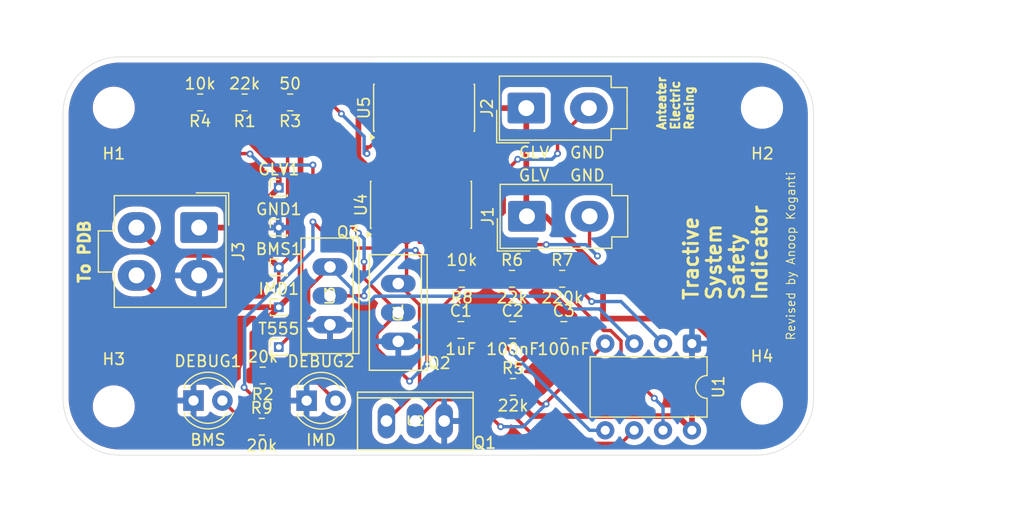
<source format=kicad_pcb>
(kicad_pcb (version 20241229) (generator "pcbnew") (generator_version "9.0")
  (layers (0 "F.Cu" signal) (2 "B.Cu" signal) (13 "F.Paste" user) (15 "B.Paste" user) (5 "F.SilkS" user "F.Silkscreen") (7 "B.SilkS" user "B.Silkscreen") (1 "F.Mask" user) (3 "B.Mask" user) (25 "Edge.Cuts" user))
  (net 0 "")
  (net 1 "BMS_FAULT")
  (net 2 "Net-(U1-THR)")
  (net 3 "Net-(U1-CV)")
  (net 4 "GLV")
  (net 5 "IMD_FAULT")
  (net 6 "Net-(J1-Pin_2)")
  (net 7 "Net-(J2-Pin_2)")
  (net 8 "Net-(DEBUG1-A)")
  (net 9 "Net-(U1-DIS)")
  (net 10 "Net-(DEBUG2-A)")
  (net 11 "GND")
  (net 12 "Net-(R3-Pad2)")
  (net 13 "Net-(U1-R)")
  (net 14 "Net-(T555-Pin_1)")
  (net 15 "Net-(Q1-PadIN)")
  (net 16 "Net-(U4-Pad1)")
  (footprint "Package_DIP:DIP-8_W7.62mm" (layer "F.Cu") (at 95.81 45.195 -90)
    (property "Reference" "U1" (at 3.81 -2.33 90) (layer "F.SilkS"))
    (property "Value" "LM555xN")
    (fp_line (start 1.16 8.95) (end 6.46 8.95) (stroke (width 0.12)) (layer "F.SilkS"))
    (fp_line (start 6.46 8.95) (end 6.46 -1.33) (stroke (width 0.12)) (layer "F.SilkS"))
    (fp_line (start 1.16 -1.33) (end 1.16 8.95) (stroke (width 0.12)) (layer "F.SilkS"))
    (fp_line (start 2.81 -1.33) (end 1.16 -1.33) (stroke (width 0.12)) (layer "F.SilkS"))
    (fp_line (start 6.46 -1.33) (end 4.81 -1.33) (stroke (width 0.12)) (layer "F.SilkS"))
    (fp_arc (start 4.81 -1.33) (mid 3.81 -0.33) (end 2.81 -1.33) (stroke (width 0.12)) (layer "F.SilkS"))
    (pad "1" thru_hole roundrect (at 0 0 270) (size 1.6 1.6) (drill 0.8) (layers "*.Cu" "*.Mask") (roundrect_rratio 0.15625) (net 11 "GND"))
    (pad "2" thru_hole circle (at 0 2.54 270) (size 1.6 1.6) (drill 0.8) (layers "*.Cu" "*.Mask") (net 2 "Net-(U1-THR)"))
    (pad "3" thru_hole circle (at 0 5.08 270) (size 1.6 1.6) (drill 0.8) (layers "*.Cu" "*.Mask") (net 14 "Net-(T555-Pin_1)"))
    (pad "4" thru_hole circle (at 0 7.62 270) (size 1.6 1.6) (drill 0.8) (layers "*.Cu" "*.Mask") (net 13 "Net-(U1-R)"))
    (pad "5" thru_hole circle (at 7.62 7.62 270) (size 1.6 1.6) (drill 0.8) (layers "*.Cu" "*.Mask") (net 3 "Net-(U1-CV)"))
    (pad "6" thru_hole circle (at 7.62 5.08 270) (size 1.6 1.6) (drill 0.8) (layers "*.Cu" "*.Mask") (net 2 "Net-(U1-THR)"))
    (pad "7" thru_hole circle (at 7.62 2.54 270) (size 1.6 1.6) (drill 0.8) (layers "*.Cu" "*.Mask") (net 9 "Net-(U1-DIS)"))
    (pad "8" thru_hole circle (at 7.62 0 270) (size 1.6 1.6) (drill 0.8) (layers "*.Cu" "*.Mask") (net 4 "GLV"))
  )
  (footprint "Capacitor_SMD:C_0805_2012Metric" (layer "F.Cu") (at 80.05 44)
    (property "Reference" "C2" (at 0 -1.68 0) (layer "F.SilkS"))
    (property "Value" "100nF" (at 0 1.68 0) (layer "F.SilkS"))
    (fp_line (start -0.261252 -0.735) (end 0.261252 -0.735) (stroke (width 0.12)) (layer "F.SilkS"))
    (fp_line (start -0.261252 0.735) (end 0.261252 0.735) (stroke (width 0.12)) (layer "F.SilkS"))
    (pad "1" smd roundrect (at -0.95 0) (size 1 1.45) (layers "F.Cu" "F.Mask" "F.Paste") (net 3 "Net-(U1-CV)"))
    (pad "2" smd roundrect (at 0.95 0) (size 1 1.45) (layers "F.Cu" "F.Mask" "F.Paste") (net 11 "GND"))
  )
  (footprint "IRLZ34N:TO-220_2_" (layer "F.Cu") (at 70 42.46 -90)
    (property "Reference" "Q1" (at 0 0 90) (layer "F.SilkS") (effects (font (size 0.787402 0.787402))))
    (property "Value" "IRLZ34N")
    (fp_line (start -5.08 2.54) (end -5.08 -2.032) (stroke (width 0.127)) (layer "F.SilkS"))
    (fp_line (start 5.08 2.54) (end -5.08 2.54) (stroke (width 0.127)) (layer "F.SilkS"))
    (fp_line (start -5.08 -2.032) (end 5.08 -2.032) (stroke (width 0.127)) (layer "F.SilkS"))
    (fp_line (start -5.08 -2.032) (end -5.08 -2.54) (stroke (width 0.127)) (layer "F.SilkS"))
    (fp_line (start 5.08 -2.032) (end 5.08 2.54) (stroke (width 0.127)) (layer "F.SilkS"))
    (fp_line (start -5.08 -2.54) (end 5.08 -2.54) (stroke (width 0.127)) (layer "F.SilkS"))
    (fp_line (start 5.08 -2.54) (end 5.08 -2.032) (stroke (width 0.127)) (layer "F.SilkS"))
    (pad "GND" thru_hole oval (at 0 0 270) (size 1.524 3.048) (drill 1.016) (layers "*.Cu" "*.Mask") (net 6 "Net-(J1-Pin_2)"))
    (pad "IN" thru_hole oval (at -2.54 0 270) (size 1.524 3.048) (drill 1.016) (layers "*.Cu" "*.Mask") (net 15 "Net-(Q1-PadIN)"))
    (pad "OUT" thru_hole oval (at 2.54 0 270) (size 1.524 3.048) (drill 1.016) (layers "*.Cu" "*.Mask") (net 11 "GND"))
  )
  (footprint "MountingHole:MountingHole_3.2mm_M3" (layer "F.Cu") (at 45 24.464466)
    (property "Reference" "H1" (at 0 4.035534 0) (layer "F.SilkS"))
    (property "Value" "MountingHole")
    (pad "" np_thru_hole circle (at 0 0) (size 3.2 3.2) (drill 3.2) (layers "*.Cu" "*.Mask"))
  )
  (footprint "MountingHole:MountingHole_3.2mm_M3" (layer "F.Cu") (at 45 50.714466)
    (property "Reference" "H3" (at 0 -4.15 0) (layer "F.SilkS"))
    (property "Value" "MountingHole")
    (pad "" np_thru_hole circle (at 0 0) (size 3.2 3.2) (drill 3.2) (layers "*.Cu" "*.Mask"))
  )
  (footprint "Resistor_SMD:R_0805_2012Metric" (layer "F.Cu") (at 84.4125 39.5)
    (property "Reference" "R7" (at 0 -1.65 0) (layer "F.SilkS"))
    (property "Value" "220k" (at 0 1.65 0) (layer "F.SilkS"))
    (fp_line (start -0.227064 -0.735) (end 0.227064 -0.735) (stroke (width 0.12)) (layer "F.SilkS"))
    (fp_line (start -0.227064 0.735) (end 0.227064 0.735) (stroke (width 0.12)) (layer "F.SilkS"))
    (pad "1" smd roundrect (at -0.9125 0) (size 1.025 1.4) (layers "F.Cu" "F.Mask" "F.Paste") (roundrect_rratio 0.243902) (net 9 "Net-(U1-DIS)"))
    (pad "2" smd roundrect (at 0.9125 0) (size 1.025 1.4) (layers "F.Cu" "F.Mask" "F.Paste") (roundrect_rratio 0.243902) (net 2 "Net-(U1-THR)"))
  )
  (footprint "Capacitor_SMD:C_0805_2012Metric" (layer "F.Cu") (at 75.5 44)
    (property "Reference" "C1" (at 0 -1.68 0) (layer "F.SilkS"))
    (property "Value" "1uF" (at 0 1.68 0) (layer "F.SilkS"))
    (fp_line (start -0.261252 -0.735) (end 0.261252 -0.735) (stroke (width 0.12)) (layer "F.SilkS"))
    (fp_line (start -0.261252 0.735) (end 0.261252 0.735) (stroke (width 0.12)) (layer "F.SilkS"))
    (pad "1" smd roundrect (at -0.95 0) (size 1 1.45) (layers "F.Cu" "F.Mask" "F.Paste") (net 2 "Net-(U1-THR)"))
    (pad "2" smd roundrect (at 0.95 0) (size 1 1.45) (layers "F.Cu" "F.Mask" "F.Paste") (net 11 "GND"))
  )
  (footprint "Resistor_SMD:R_0805_2012Metric" (layer "F.Cu") (at 58 52.5)
    (property "Reference" "R9" (at 0 -1.65 0) (layer "F.SilkS"))
    (property "Value" "20k" (at 0 1.65 0) (layer "F.SilkS"))
    (fp_line (start -0.227064 -0.735) (end 0.227064 -0.735) (stroke (width 0.12)) (layer "F.SilkS"))
    (fp_line (start -0.227064 0.735) (end 0.227064 0.735) (stroke (width 0.12)) (layer "F.SilkS"))
    (pad "1" smd roundrect (at -0.9125 0) (size 1.025 1.4) (layers "F.Cu" "F.Mask" "F.Paste") (roundrect_rratio 0.243902) (net 8 "Net-(DEBUG1-A)"))
    (pad "2" smd roundrect (at 0.9125 0) (size 1.025 1.4) (layers "F.Cu" "F.Mask" "F.Paste") (roundrect_rratio 0.243902) (net 1 "BMS_FAULT"))
  )
  (footprint "Connector_Molex:Molex_Mini-Fit_Jr_5566-02A_2x01_P4.20mm_Vertical" (layer "F.Cu") (at 81.25 24.5 90)
    (property "Reference" "J2" (at 0 -3.45 90) (layer "F.SilkS"))
    (property "Value" "Conn_01x02")
    (fp_line (start -0.2 -2.6) (end -3.05 -2.6) (stroke (width 0.12)) (layer "F.SilkS"))
    (fp_line (start -3.05 -2.6) (end -3.05 0.25) (stroke (width 0.12)) (layer "F.SilkS"))
    (fp_line (start 2.81 -2.36) (end 2.81 7.46) (stroke (width 0.12)) (layer "F.SilkS"))
    (fp_line (start 0 -2.36) (end 2.81 -2.36) (stroke (width 0.12)) (layer "F.SilkS"))
    (fp_line (start 0 -2.36) (end -2.81 -2.36) (stroke (width 0.12)) (layer "F.SilkS"))
    (fp_line (start -2.81 -2.36) (end -2.81 7.46) (stroke (width 0.12)) (layer "F.SilkS"))
    (fp_line (start 2.81 7.46) (end 1.81 7.46) (stroke (width 0.12)) (layer "F.SilkS"))
    (fp_line (start 1.81 7.46) (end 1.81 8.86) (stroke (width 0.12)) (layer "F.SilkS"))
    (fp_line (start -1.81 7.46) (end -1.81 8.86) (stroke (width 0.12)) (layer "F.SilkS"))
    (fp_line (start -2.81 7.46) (end -1.81 7.46) (stroke (width 0.12)) (layer "F.SilkS"))
    (fp_line (start 1.81 8.86) (end 0 8.86) (stroke (width 0.12)) (layer "F.SilkS"))
    (fp_line (start -1.81 8.86) (end 0 8.86) (stroke (width 0.12)) (layer "F.SilkS"))
    (pad "1" thru_hole roundrect (at 0 0 90) (size 2.7 3.3) (drill 1.4) (layers "*.Cu" "*.Mask") (roundrect_rratio 0.092593) (net 4 "GLV"))
    (pad "2" thru_hole oval (at 0 5.5 90) (size 2.7 3.3) (drill 1.4) (layers "*.Cu" "*.Mask") (net 7 "Net-(J2-Pin_2)"))
  )
  (footprint "Connector_PinHeader_1.00mm:PinHeader_1x01_P1.00mm_Vertical" (layer "F.Cu") (at 59.5 42)
    (property "Reference" "IMD1" (at 0 -1.61 0) (layer "F.SilkS"))
    (property "Value" "TestIMD")
    (fp_line (start -0.745 -0.735) (end 0 -0.735) (stroke (width 0.12)) (layer "F.SilkS"))
    (fp_line (start -0.745 0) (end -0.745 -0.735) (stroke (width 0.12)) (layer "F.SilkS"))
    (fp_line (start -0.745 0.735) (end -0.745 0.61) (stroke (width 0.12)) (layer "F.SilkS"))
    (fp_line (start -0.745 0.735) (end -0.685565 0.735) (stroke (width 0.12)) (layer "F.SilkS"))
    (fp_line (start -0.745 0.735) (end 0.745 0.735) (stroke (width 0.12)) (layer "F.SilkS"))
    (fp_line (start 0.685565 0.735) (end 0.745 0.735) (stroke (width 0.12)) (layer "F.SilkS"))
    (fp_line (start 0.745 0.735) (end 0.745 0.61) (stroke (width 0.12)) (layer "F.SilkS"))
    (pad "1" thru_hole rect (at 0 0) (size 0.85 0.85) (drill 0.5) (layers "*.Cu" "*.Mask") (net 5 "IMD_FAULT"))
  )
  (footprint "LED_THT:LED_D4.0mm" (layer "F.Cu") (at 52.005403 50.201797)
    (property "Reference" "DEBUG1" (at 1.27 -3.46 0) (layer "F.SilkS"))
    (property "Value" "BMS" (at 1.27 3.46 0) (layer "F.SilkS"))
    (fp_line (start -0.79 -1.399) (end -0.79 -1.08) (stroke (width 0.12)) (layer "F.SilkS"))
    (fp_line (start -0.79 1.08) (end -0.79 1.399) (stroke (width 0.12)) (layer "F.SilkS"))
    (fp_arc (start -0.79 -1.398749) (mid 1.45392 -2.483198) (end 3.513591 -1.08) (stroke (width 0.12)) (layer "F.SilkS"))
    (fp_arc (start -0.41333 -1.08) (mid 1.27 -2) (end 2.95333 -1.08) (stroke (width 0.12)) (layer "F.SilkS"))
    (fp_arc (start 2.95333 1.08) (mid 1.27 2) (end -0.41333 1.08) (stroke (width 0.12)) (layer "F.SilkS"))
    (fp_arc (start 3.513591 1.08) (mid 1.45392 2.483198) (end -0.79 1.398749) (stroke (width 0.12)) (layer "F.SilkS"))
    (pad "1" thru_hole rect (at 0 0) (size 1.8 1.8) (drill 0.9) (layers "*.Cu" "*.Mask") (net 11 "GND"))
    (pad "2" thru_hole circle (at 2.54 0) (size 1.8 1.8) (drill 0.9) (layers "*.Cu" "*.Mask") (net 8 "Net-(DEBUG1-A)"))
  )
  (footprint "Connector_Molex:Molex_Mini-Fit_Jr_5566-04A_2x02_P4.20mm_Vertical" (layer "F.Cu") (at 52.5 35 -90)
    (property "Reference" "J3" (at 2.1 -3.45 90) (layer "F.SilkS"))
    (property "Value" "Conn_02x02" (hide yes))
    (fp_line (start 0.29 8.86) (end 2.1 8.86) (stroke (width 0.12)) (layer "F.SilkS"))
    (fp_line (start 3.91 8.86) (end 2.1 8.86) (stroke (width 0.12)) (layer "F.SilkS"))
    (fp_line (start -2.81 7.46) (end 0.29 7.46) (stroke (width 0.12)) (layer "F.SilkS"))
    (fp_line (start 0.29 7.46) (end 0.29 8.86) (stroke (width 0.12)) (layer "F.SilkS"))
    (fp_line (start 3.91 7.46) (end 3.91 8.86) (stroke (width 0.12)) (layer "F.SilkS"))
    (fp_line (start 7.01 7.46) (end 3.91 7.46) (stroke (width 0.12)) (layer "F.SilkS"))
    (fp_line (start -2.81 -2.36) (end -2.81 7.46) (stroke (width 0.12)) (layer "F.SilkS"))
    (fp_line (start 2.1 -2.36) (end -2.81 -2.36) (stroke (width 0.12)) (layer "F.SilkS"))
    (fp_line (start 2.1 -2.36) (end 7.01 -2.36) (stroke (width 0.12)) (layer "F.SilkS"))
    (fp_line (start 7.01 -2.36) (end 7.01 7.46) (stroke (width 0.12)) (layer "F.SilkS"))
    (fp_line (start -3.05 -2.6) (end -3.05 0.25) (stroke (width 0.12)) (layer "F.SilkS"))
    (fp_line (start -0.2 -2.6) (end -3.05 -2.6) (stroke (width 0.12)) (layer "F.SilkS"))
    (pad "1" thru_hole roundrect (at 0 0 270) (size 2.7 3.3) (drill 1.4) (layers "*.Cu" "*.Mask") (roundrect_rratio 0.092593) (net 4 "GLV"))
    (pad "2" thru_hole oval (at 4.2 0 270) (size 2.7 3.3) (drill 1.4) (layers "*.Cu" "*.Mask") (net 11 "GND"))
    (pad "3" thru_hole oval (at 0 5.5 270) (size 2.7 3.3) (drill 1.4) (layers "*.Cu" "*.Mask") (net 1 "BMS_FAULT"))
    (pad "4" thru_hole oval (at 4.2 5.5 270) (size 2.7 3.3) (drill 1.4) (layers "*.Cu" "*.Mask") (net 5 "IMD_FAULT"))
  )
  (footprint "Capacitor_SMD:C_0805_2012Metric" (layer "F.Cu") (at 84.55 44)
    (property "Reference" "C3" (at 0 -1.68 0) (layer "F.SilkS"))
    (property "Value" "100nF" (at 0 1.68 0) (layer "F.SilkS"))
    (fp_line (start -0.261252 -0.735) (end 0.261252 -0.735) (stroke (width 0.12)) (layer "F.SilkS"))
    (fp_line (start -0.261252 0.735) (end 0.261252 0.735) (stroke (width 0.12)) (layer "F.SilkS"))
    (pad "1" smd roundrect (at -0.95 0) (size 1 1.45) (layers "F.Cu" "F.Mask" "F.Paste") (net 4 "GLV"))
    (pad "2" smd roundrect (at 0.95 0) (size 1 1.45) (layers "F.Cu" "F.Mask" "F.Paste") (net 11 "GND"))
  )
  (footprint "LED_THT:LED_D4.0mm" (layer "F.Cu") (at 61.945909 50.213725)
    (property "Reference" "DEBUG2" (at 1.27 -3.46 0) (layer "F.SilkS"))
    (property "Value" "IMD" (at 1.27 3.46 0) (layer "F.SilkS"))
    (fp_line (start -0.79 -1.399) (end -0.79 -1.08) (stroke (width 0.12)) (layer "F.SilkS"))
    (fp_line (start -0.79 1.08) (end -0.79 1.399) (stroke (width 0.12)) (layer "F.SilkS"))
    (fp_arc (start -0.79 -1.398749) (mid 1.45392 -2.483198) (end 3.513591 -1.08) (stroke (width 0.12)) (layer "F.SilkS"))
    (fp_arc (start -0.41333 -1.08) (mid 1.27 -2) (end 2.95333 -1.08) (stroke (width 0.12)) (layer "F.SilkS"))
    (fp_arc (start 2.95333 1.08) (mid 1.27 2) (end -0.41333 1.08) (stroke (width 0.12)) (layer "F.SilkS"))
    (fp_arc (start 3.513591 1.08) (mid 1.45392 2.483198) (end -0.79 1.398749) (stroke (width 0.12)) (layer "F.SilkS"))
    (pad "1" thru_hole rect (at 0 0) (size 1.8 1.8) (drill 0.9) (layers "*.Cu" "*.Mask") (net 11 "GND"))
    (pad "2" thru_hole circle (at 2.54 0) (size 1.8 1.8) (drill 0.9) (layers "*.Cu" "*.Mask") (net 10 "Net-(DEBUG2-A)"))
  )
  (footprint "Package_SO:SOIC-14_3.9x8.7mm_P1.27mm" (layer "F.Cu") (at 72.27 24.475 90)
    (property "Reference" "U5" (at 0 -5.28 90) (layer "F.SilkS"))
    (property "Value" "4069")
    (fp_line (start 2.06 -4.435) (end 2.06 -4.37) (stroke (width 0.12)) (layer "F.SilkS"))
    (fp_line (start -2.06 -4.435) (end 2.06 -4.435) (stroke (width 0.12)) (layer "F.SilkS"))
    (fp_line (start -2.06 -4.37) (end -2.06 -4.435) (stroke (width 0.12)) (layer "F.SilkS"))
    (fp_line (start 2.06 4.37) (end 2.06 4.435) (stroke (width 0.12)) (layer "F.SilkS"))
    (fp_line (start 2.06 4.435) (end -2.06 4.435) (stroke (width 0.12)) (layer "F.SilkS"))
    (fp_line (start -2.06 4.435) (end -2.06 4.37) (stroke (width 0.12)) (layer "F.SilkS"))
    (fp_poly (pts (xy -2.6 -4.37) (xy -2.84 -4.7) (xy -2.36 -4.7)) (stroke (width 0.12)) (fill yes) (layer "F.SilkS"))
    (pad "1" smd roundrect (at -2.475 -3.81 90) (size 1.95 0.6) (layers "F.Cu" "F.Mask" "F.Paste") (net 12 "Net-(R3-Pad2)"))
    (pad "2" smd roundrect (at -2.475 -2.54 90) (size 1.95 0.6) (layers "F.Cu" "F.Mask" "F.Paste") (net 16 "Net-(U4-Pad1)"))
    (pad "3" smd roundrect (at -2.475 -1.27 90) (size 1.95 0.6) (layers "F.Cu" "F.Mask" "F.Paste"))
    (pad "4" smd roundrect (at -2.475 0 90) (size 1.95 0.6) (layers "F.Cu" "F.Mask" "F.Paste"))
    (pad "5" smd roundrect (at -2.475 1.27 90) (size 1.95 0.6) (layers "F.Cu" "F.Mask" "F.Paste"))
    (pad "6" smd roundrect (at -2.475 2.54 90) (size 1.95 0.6) (layers "F.Cu" "F.Mask" "F.Paste"))
    (pad "7" smd roundrect (at -2.475 3.81 90) (size 1.95 0.6) (layers "F.Cu" "F.Mask" "F.Paste") (net 11 "GND"))
    (pad "8" smd roundrect (at 2.475 3.81 90) (size 1.95 0.6) (layers "F.Cu" "F.Mask" "F.Paste"))
    (pad "9" smd roundrect (at 2.475 2.54 90) (size 1.95 0.6) (layers "F.Cu" "F.Mask" "F.Paste"))
    (pad "10" smd roundrect (at 2.475 1.27 90) (size 1.95 0.6) (layers "F.Cu" "F.Mask" "F.Paste"))
    (pad "11" smd roundrect (at 2.475 0 90) (size 1.95 0.6) (layers "F.Cu" "F.Mask" "F.Paste"))
    (pad "12" smd roundrect (at 2.475 -1.27 90) (size 1.95 0.6) (layers "F.Cu" "F.Mask" "F.Paste"))
    (pad "13" smd roundrect (at 2.475 -2.54 90) (size 1.95 0.6) (layers "F.Cu" "F.Mask" "F.Paste"))
    (pad "14" smd roundrect (at 2.475 -3.81 90) (size 1.95 0.6) (layers "F.Cu" "F.Mask" "F.Paste") (net 4 "GLV"))
  )
  (footprint "Resistor_SMD:R_0805_2012Metric" (layer "F.Cu") (at 56.5 24 180)
    (property "Reference" "R1" (at 0 -1.65 0) (layer "F.SilkS"))
    (property "Value" "22k" (at 0 1.65 0) (layer "F.SilkS"))
    (fp_line (start -0.227064 0.735) (end 0.227064 0.735) (stroke (width 0.12)) (layer "F.SilkS"))
    (fp_line (start -0.227064 -0.735) (end 0.227064 -0.735) (stroke (width 0.12)) (layer "F.SilkS"))
    (pad "1" smd roundrect (at -0.9125 0 180) (size 1.025 1.4) (layers "F.Cu" "F.Mask" "F.Paste") (roundrect_rratio 0.243902) (net 1 "BMS_FAULT"))
    (pad "2" smd roundrect (at 0.9125 0 180) (size 1.025 1.4) (layers "F.Cu" "F.Mask" "F.Paste") (roundrect_rratio 0.243902) (net 4 "GLV"))
  )
  (footprint "Connector_PinHeader_1.00mm:PinHeader_1x01_P1.00mm_Vertical" (layer "F.Cu") (at 59.5 35)
    (property "Reference" "GND1" (at 0 -1.61 0) (layer "F.SilkS"))
    (property "Value" "TestGND")
    (fp_line (start -0.745 -0.735) (end 0 -0.735) (stroke (width 0.12)) (layer "F.SilkS"))
    (fp_line (start -0.745 0) (end -0.745 -0.735) (stroke (width 0.12)) (layer "F.SilkS"))
    (fp_line (start -0.745 0.735) (end -0.745 0.61) (stroke (width 0.12)) (layer "F.SilkS"))
    (fp_line (start -0.745 0.735) (end -0.685565 0.735) (stroke (width 0.12)) (layer "F.SilkS"))
    (fp_line (start -0.745 0.735) (end 0.745 0.735) (stroke (width 0.12)) (layer "F.SilkS"))
    (fp_line (start 0.685565 0.735) (end 0.745 0.735) (stroke (width 0.12)) (layer "F.SilkS"))
    (fp_line (start 0.745 0.735) (end 0.745 0.61) (stroke (width 0.12)) (layer "F.SilkS"))
    (pad "1" thru_hole rect (at 0 0) (size 0.85 0.85) (drill 0.5) (layers "*.Cu" "*.Mask") (net 11 "GND"))
  )
  (footprint "IRLZ34N:TO-220_2_" (layer "F.Cu") (at 64 41 -90)
    (property "Reference" "U3" (at 0 0 90) (layer "F.SilkS") (effects (font (size 0.787402 0.787402))))
    (property "Value" "IRLZ34N")
    (fp_line (start -5.08 2.54) (end -5.08 -2.032) (stroke (width 0.127)) (layer "F.SilkS"))
    (fp_line (start 5.08 2.54) (end -5.08 2.54) (stroke (width 0.127)) (layer "F.SilkS"))
    (fp_line (start -5.08 -2.032) (end 5.08 -2.032) (stroke (width 0.127)) (layer "F.SilkS"))
    (fp_line (start -5.08 -2.032) (end -5.08 -2.54) (stroke (width 0.127)) (layer "F.SilkS"))
    (fp_line (start 5.08 -2.032) (end 5.08 2.54) (stroke (width 0.127)) (layer "F.SilkS"))
    (fp_line (start -5.08 -2.54) (end 5.08 -2.54) (stroke (width 0.127)) (layer "F.SilkS"))
    (fp_line (start 5.08 -2.54) (end 5.08 -2.032) (stroke (width 0.127)) (layer "F.SilkS"))
    (pad "GND" thru_hole oval (at 0 0 270) (size 1.524 3.048) (drill 1.016) (layers "*.Cu" "*.Mask") (net 7 "Net-(J2-Pin_2)"))
    (pad "IN" thru_hole oval (at -2.54 0 270) (size 1.524 3.048) (drill 1.016) (layers "*.Cu" "*.Mask") (net 14 "Net-(T555-Pin_1)"))
    (pad "OUT" thru_hole oval (at 2.54 0 270) (size 1.524 3.048) (drill 1.016) (layers "*.Cu" "*.Mask") (net 11 "GND"))
  )
  (footprint "Connector_PinHeader_1.00mm:PinHeader_1x01_P1.00mm_Vertical" (layer "F.Cu") (at 59.5 38.5)
    (property "Reference" "BMS1" (at 0 -1.61 0) (layer "F.SilkS"))
    (property "Value" "TestBMS")
    (fp_line (start -0.745 -0.735) (end 0 -0.735) (stroke (width 0.12)) (layer "F.SilkS"))
    (fp_line (start -0.745 0) (end -0.745 -0.735) (stroke (width 0.12)) (layer "F.SilkS"))
    (fp_line (start -0.745 0.735) (end -0.745 0.61) (stroke (width 0.12)) (layer "F.SilkS"))
    (fp_line (start -0.745 0.735) (end -0.685565 0.735) (stroke (width 0.12)) (layer "F.SilkS"))
    (fp_line (start -0.745 0.735) (end 0.745 0.735) (stroke (width 0.12)) (layer "F.SilkS"))
    (fp_line (start 0.685565 0.735) (end 0.745 0.735) (stroke (width 0.12)) (layer "F.SilkS"))
    (fp_line (start 0.745 0.735) (end 0.745 0.61) (stroke (width 0.12)) (layer "F.SilkS"))
    (pad "1" thru_hole rect (at 0 0) (size 0.85 0.85) (drill 0.5) (layers "*.Cu" "*.Mask") (net 1 "BMS_FAULT"))
  )
  (footprint "Resistor_SMD:R_0805_2012Metric" (layer "F.Cu") (at 52.5875 24 180)
    (property "Reference" "R4" (at 0 -1.65 0) (layer "F.SilkS"))
    (property "Value" "10k" (at 0 1.65 0) (layer "F.SilkS"))
    (fp_line (start -0.227064 0.735) (end 0.227064 0.735) (stroke (width 0.12)) (layer "F.SilkS"))
    (fp_line (start -0.227064 -0.735) (end 0.227064 -0.735) (stroke (width 0.12)) (layer "F.SilkS"))
    (pad "1" smd roundrect (at -0.9125 0 180) (size 1.025 1.4) (layers "F.Cu" "F.Mask" "F.Paste") (roundrect_rratio 0.243902) (net 4 "GLV"))
    (pad "2" smd roundrect (at 0.9125 0 180) (size 1.025 1.4) (layers "F.Cu" "F.Mask" "F.Paste") (roundrect_rratio 0.243902) (net 6 "Net-(J1-Pin_2)"))
  )
  (footprint "Resistor_SMD:R_0805_2012Metric" (layer "F.Cu") (at 58.0875 48 180)
    (property "Reference" "R2" (at 0 -1.65 0) (layer "F.SilkS"))
    (property "Value" "20k" (at 0 1.65 0) (layer "F.SilkS"))
    (fp_line (start -0.227064 0.735) (end 0.227064 0.735) (stroke (width 0.12)) (layer "F.SilkS"))
    (fp_line (start -0.227064 -0.735) (end 0.227064 -0.735) (stroke (width 0.12)) (layer "F.SilkS"))
    (pad "1" smd roundrect (at -0.9125 0 180) (size 1.025 1.4) (layers "F.Cu" "F.Mask" "F.Paste") (roundrect_rratio 0.243902) (net 10 "Net-(DEBUG2-A)"))
    (pad "2" smd roundrect (at 0.9125 0 180) (size 1.025 1.4) (layers "F.Cu" "F.Mask" "F.Paste") (roundrect_rratio 0.243902) (net 5 "IMD_FAULT"))
  )
  (footprint "Resistor_SMD:R_0805_2012Metric" (layer "F.Cu") (at 80 39.5)
    (property "Reference" "R6" (at 0 -1.65 0) (layer "F.SilkS"))
    (property "Value" "22k" (at 0 1.65 0) (layer "F.SilkS"))
    (fp_line (start -0.227064 -0.735) (end 0.227064 -0.735) (stroke (width 0.12)) (layer "F.SilkS"))
    (fp_line (start -0.227064 0.735) (end 0.227064 0.735) (stroke (width 0.12)) (layer "F.SilkS"))
    (pad "1" smd roundrect (at -0.9125 0) (size 1.025 1.4) (layers "F.Cu" "F.Mask" "F.Paste") (roundrect_rratio 0.243902) (net 4 "GLV"))
    (pad "2" smd roundrect (at 0.9125 0) (size 1.025 1.4) (layers "F.Cu" "F.Mask" "F.Paste") (roundrect_rratio 0.243902) (net 9 "Net-(U1-DIS)"))
  )
  (footprint "Resistor_SMD:R_0805_2012Metric" (layer "F.Cu") (at 60.5 24 180)
    (property "Reference" "R3" (at 0 -1.65 0) (layer "F.SilkS"))
    (property "Value" "50" (at 0 1.65 0) (layer "F.SilkS"))
    (fp_line (start -0.227064 0.735) (end 0.227064 0.735) (stroke (width 0.12)) (layer "F.SilkS"))
    (fp_line (start -0.227064 -0.735) (end 0.227064 -0.735) (stroke (width 0.12)) (layer "F.SilkS"))
    (pad "1" smd roundrect (at -0.9125 0 180) (size 1.025 1.4) (layers "F.Cu" "F.Mask" "F.Paste") (roundrect_rratio 0.243902) (net 5 "IMD_FAULT"))
    (pad "2" smd roundrect (at 0.9125 0 180) (size 1.025 1.4) (layers "F.Cu" "F.Mask" "F.Paste") (roundrect_rratio 0.243902) (net 12 "Net-(R3-Pad2)"))
  )
  (footprint "Connector_PinHeader_1.00mm:PinHeader_1x01_P1.00mm_Vertical" (layer "F.Cu") (at 59.5 31.5)
    (property "Reference" "GLV1" (at 0 -1.61 0) (layer "F.SilkS"))
    (property "Value" "TestGLV")
    (fp_line (start -0.745 -0.735) (end 0 -0.735) (stroke (width 0.12)) (layer "F.SilkS"))
    (fp_line (start -0.745 0) (end -0.745 -0.735) (stroke (width 0.12)) (layer "F.SilkS"))
    (fp_line (start -0.745 0.735) (end -0.745 0.61) (stroke (width 0.12)) (layer "F.SilkS"))
    (fp_line (start -0.745 0.735) (end -0.685565 0.735) (stroke (width 0.12)) (layer "F.SilkS"))
    (fp_line (start -0.745 0.735) (end 0.745 0.735) (stroke (width 0.12)) (layer "F.SilkS"))
    (fp_line (start 0.685565 0.735) (end 0.745 0.735) (stroke (width 0.12)) (layer "F.SilkS"))
    (fp_line (start 0.745 0.735) (end 0.745 0.61) (stroke (width 0.12)) (layer "F.SilkS"))
    (pad "1" thru_hole rect (at 0 0) (size 0.85 0.85) (drill 0.5) (layers "*.Cu" "*.Mask") (net 4 "GLV"))
  )
  (footprint "Resistor_SMD:R_0805_2012Metric" (layer "F.Cu") (at 75.5875 39.5 180)
    (property "Reference" "R8" (at 0 -1.65 0) (layer "F.SilkS"))
    (property "Value" "10k" (at 0 1.65 0) (layer "F.SilkS"))
    (fp_line (start -0.227064 0.735) (end 0.227064 0.735) (stroke (width 0.12)) (layer "F.SilkS"))
    (fp_line (start -0.227064 -0.735) (end 0.227064 -0.735) (stroke (width 0.12)) (layer "F.SilkS"))
    (pad "1" smd roundrect (at -0.9125 0 180) (size 1.025 1.4) (layers "F.Cu" "F.Mask" "F.Paste") (roundrect_rratio 0.243902) (net 4 "GLV"))
    (pad "2" smd roundrect (at 0.9125 0 180) (size 1.025 1.4) (layers "F.Cu" "F.Mask" "F.Paste") (roundrect_rratio 0.243902) (net 7 "Net-(J2-Pin_2)"))
  )
  (footprint "Connector_PinHeader_1.00mm:PinHeader_1x01_P1.00mm_Vertical" (layer "F.Cu") (at 59.5 45.5)
    (property "Reference" "T555" (at 0 -1.61 0) (layer "F.SilkS"))
    (property "Value" "Test555")
    (fp_line (start -0.745 -0.735) (end 0 -0.735) (stroke (width 0.12)) (layer "F.SilkS"))
    (fp_line (start -0.745 0) (end -0.745 -0.735) (stroke (width 0.12)) (layer "F.SilkS"))
    (fp_line (start -0.745 0.735) (end -0.745 0.61) (stroke (width 0.12)) (layer "F.SilkS"))
    (fp_line (start -0.745 0.735) (end -0.685565 0.735) (stroke (width 0.12)) (layer "F.SilkS"))
    (fp_line (start -0.745 0.735) (end 0.745 0.735) (stroke (width 0.12)) (layer "F.SilkS"))
    (fp_line (start 0.685565 0.735) (end 0.745 0.735) (stroke (width 0.12)) (layer "F.SilkS"))
    (fp_line (start 0.745 0.735) (end 0.745 0.61) (stroke (width 0.12)) (layer "F.SilkS"))
    (pad "1" thru_hole rect (at 0 0) (size 0.85 0.85) (drill 0.5) (layers "*.Cu" "*.Mask") (net 14 "Net-(T555-Pin_1)"))
  )
  (footprint "IRLZ34N:TO-220_2_" (layer "F.Cu") (at 71.5 52)
    (property "Reference" "U2" (at 0 0 0) (layer "F.SilkS") (effects (font (size 0.787402 0.787402))))
    (property "Value" "IRLZ34N")
    (fp_line (start -5.08 -2.54) (end 5.08 -2.54) (stroke (width 0.127)) (layer "F.SilkS"))
    (fp_line (start -5.08 -2.032) (end -5.08 -2.54) (stroke (width 0.127)) (layer "F.SilkS"))
    (fp_line (start -5.08 -2.032) (end 5.08 -2.032) (stroke (width 0.127)) (layer "F.SilkS"))
    (fp_line (start -5.08 2.54) (end -5.08 -2.032) (stroke (width 0.127)) (layer "F.SilkS"))
    (fp_line (start 5.08 -2.54) (end 5.08 -2.032) (stroke (width 0.127)) (layer "F.SilkS"))
    (fp_line (start 5.08 -2.032) (end 5.08 2.54) (stroke (width 0.127)) (layer "F.SilkS"))
    (fp_line (start 5.08 2.54) (end -5.08 2.54) (stroke (width 0.127)) (layer "F.SilkS"))
    (pad "GND" thru_hole oval (at 0 0) (size 1.524 3.048) (drill 1.016) (layers "*.Cu" "*.Mask") (net 13 "Net-(U1-R)"))
    (pad "IN" thru_hole oval (at -2.54 0) (size 1.524 3.048) (drill 1.016) (layers "*.Cu" "*.Mask") (net 15 "Net-(Q1-PadIN)"))
    (pad "OUT" thru_hole oval (at 2.54 0) (size 1.524 3.048) (drill 1.016) (layers "*.Cu" "*.Mask") (net 11 "GND"))
  )
  (footprint "Resistor_SMD:R_0805_2012Metric" (layer "F.Cu") (at 80.0875 49)
    (property "Reference" "R5" (at 0 -1.65 0) (layer "F.SilkS"))
    (property "Value" "22k" (at 0 1.65 0) (layer "F.SilkS"))
    (fp_line (start -0.227064 -0.735) (end 0.227064 -0.735) (stroke (width 0.12)) (layer "F.SilkS"))
    (fp_line (start -0.227064 0.735) (end 0.227064 0.735) (stroke (width 0.12)) (layer "F.SilkS"))
    (pad "1" smd roundrect (at -0.9125 0) (size 1.025 1.4) (layers "F.Cu" "F.Mask" "F.Paste") (roundrect_rratio 0.243902) (net 4 "GLV"))
    (pad "2" smd roundrect (at 0.9125 0) (size 1.025 1.4) (layers "F.Cu" "F.Mask" "F.Paste") (roundrect_rratio 0.243902) (net 13 "Net-(U1-R)"))
  )
  (footprint "MountingHole:MountingHole_3.2mm_M3" (layer "F.Cu") (at 101.964466 50.464466)
    (property "Reference" "H4" (at 0 -4.15 0) (layer "F.SilkS"))
    (property "Value" "MountingHole")
    (pad "" np_thru_hole circle (at 0 0) (size 3.2 3.2) (drill 3.2) (layers "*.Cu" "*.Mask"))
  )
  (footprint "MountingHole:MountingHole_3.2mm_M3" (layer "F.Cu") (at 101.964466 24.464466)
    (property "Reference" "H2" (at 0.035534 4.035534 0) (layer "F.SilkS"))
    (property "Value" "MountingHole")
    (pad "" np_thru_hole circle (at 0 0) (size 3.2 3.2) (drill 3.2) (layers "*.Cu" "*.Mask"))
  )
  (footprint "Package_SO:SOIC-14_3.9x8.7mm_P1.27mm" (layer "F.Cu") (at 72 33 90)
    (property "Reference" "U4" (at 0 -5.28 90) (layer "F.SilkS"))
    (property "Value" "4001")
    (fp_line (start 2.06 -4.435) (end 2.06 -4.37) (stroke (width 0.12)) (layer "F.SilkS"))
    (fp_line (start -2.06 -4.435) (end 2.06 -4.435) (stroke (width 0.12)) (layer "F.SilkS"))
    (fp_line (start -2.06 -4.37) (end -2.06 -4.435) (stroke (width 0.12)) (layer "F.SilkS"))
    (fp_line (start 2.06 4.37) (end 2.06 4.435) (stroke (width 0.12)) (layer "F.SilkS"))
    (fp_line (start 2.06 4.435) (end -2.06 4.435) (stroke (width 0.12)) (layer "F.SilkS"))
    (fp_line (start -2.06 4.435) (end -2.06 4.37) (stroke (width 0.12)) (layer "F.SilkS"))
    (fp_poly (pts (xy -2.6 -4.37) (xy -2.84 -4.7) (xy -2.36 -4.7)) (stroke (width 0.12)) (fill yes) (layer "F.SilkS"))
    (pad "1" smd roundrect (at -2.475 -3.81 90) (size 1.95 0.6) (layers "F.Cu" "F.Mask" "F.Paste") (net 16 "Net-(U4-Pad1)"))
    (pad "2" smd roundrect (at -2.475 -2.54 90) (size 1.95 0.6) (layers "F.Cu" "F.Mask" "F.Paste") (net 1 "BMS_FAULT"))
    (pad "3" smd roundrect (at -2.475 -1.27 90) (size 1.95 0.6) (layers "F.Cu" "F.Mask" "F.Paste") (net 15 "Net-(Q1-PadIN)"))
    (pad "4" smd roundrect (at -2.475 0 90) (size 1.95 0.6) (layers "F.Cu" "F.Mask" "F.Paste"))
    (pad "5" smd roundrect (at -2.475 1.27 90) (size 1.95 0.6) (layers "F.Cu" "F.Mask" "F.Paste"))
    (pad "6" smd roundrect (at -2.475 2.54 90) (size 1.95 0.6) (layers "F.Cu" "F.Mask" "F.Paste"))
    (pad "7" smd roundrect (at -2.475 3.81 90) (size 1.95 0.6) (layers "F.Cu" "F.Mask" "F.Paste") (net 11 "GND"))
    (pad "8" smd roundrect (at 2.475 3.81 90) (size 1.95 0.6) (layers "F.Cu" "F.Mask" "F.Paste"))
    (pad "9" smd roundrect (at 2.475 2.54 90) (size 1.95 0.6) (layers "F.Cu" "F.Mask" "F.Paste"))
    (pad "10" smd roundrect (at 2.475 1.27 90) (size 1.95 0.6) (layers "F.Cu" "F.Mask" "F.Paste"))
    (pad "11" smd roundrect (at 2.475 0 90) (size 1.95 0.6) (layers "F.Cu" "F.Mask" "F.Paste"))
    (pad "12" smd roundrect (at 2.475 -1.27 90) (size 1.95 0.6) (layers "F.Cu" "F.Mask" "F.Paste"))
    (pad "13" smd roundrect (at 2.475 -2.54 90) (size 1.95 0.6) (layers "F.Cu" "F.Mask" "F.Paste"))
    (pad "14" smd roundrect (at 2.475 -3.81 90) (size 1.95 0.6) (layers "F.Cu" "F.Mask" "F.Paste") (net 4 "GLV"))
  )
  (footprint "Connector_Molex:Molex_Mini-Fit_Jr_5566-02A_2x01_P4.20mm_Vertical" (layer "F.Cu") (at 81.311197 34.009771 90)
    (property "Reference" "J1" (at 0 -3.45 90) (layer "F.SilkS"))
    (property "Value" "Conn_01x02")
    (fp_line (start -0.2 -2.6) (end -3.05 -2.6) (stroke (width 0.12)) (layer "F.SilkS"))
    (fp_line (start -3.05 -2.6) (end -3.05 0.25) (stroke (width 0.12)) (layer "F.SilkS"))
    (fp_line (start 2.81 -2.36) (end 2.81 7.46) (stroke (width 0.12)) (layer "F.SilkS"))
    (fp_line (start 0 -2.36) (end 2.81 -2.36) (stroke (width 0.12)) (layer "F.SilkS"))
    (fp_line (start 0 -2.36) (end -2.81 -2.36) (stroke (width 0.12)) (layer "F.SilkS"))
    (fp_line (start -2.81 -2.36) (end -2.81 7.46) (stroke (width 0.12)) (layer "F.SilkS"))
    (fp_line (start 2.81 7.46) (end 1.81 7.46) (stroke (width 0.12)) (layer "F.SilkS"))
    (fp_line (start 1.81 7.46) (end 1.81 8.86) (stroke (width 0.12)) (layer "F.SilkS"))
    (fp_line (start -1.81 7.46) (end -1.81 8.86) (stroke (width 0.12)) (layer "F.SilkS"))
    (fp_line (start -2.81 7.46) (end -1.81 7.46) (stroke (width 0.12)) (layer "F.SilkS"))
    (fp_line (start 1.81 8.86) (end 0 8.86) (stroke (width 0.12)) (layer "F.SilkS"))
    (fp_line (start -1.81 8.86) (end 0 8.86) (stroke (width 0.12)) (layer "F.SilkS"))
    (pad "1" thru_hole roundrect (at 0 0 90) (size 2.7 3.3) (drill 1.4) (layers "*.Cu" "*.Mask") (roundrect_rratio 0.092593) (net 4 "GLV"))
    (pad "2" thru_hole oval (at 0 5.5 90) (size 2.7 3.3) (drill 1.4) (layers "*.Cu" "*.Mask") (net 6 "Net-(J1-Pin_2)"))
  )
  (gr_arc (start 106.5 50) (mid 105.035533 53.535533) (end 101.5 55) (stroke (width 0.05)) (layer "Edge.Cuts"))
  (gr_line (start 40.535534 35) (end 40.535534 25) (stroke (width 0.05)) (layer "Edge.Cuts"))
  (gr_line (start 45.535534 55) (end 101.5 55) (stroke (width 0.05)) (layer "Edge.Cuts"))
  (gr_line (start 45.535534 20) (end 101.5 20) (stroke (width 0.05)) (layer "Edge.Cuts"))
  (gr_line (start 40.535534 35) (end 40.535534 50) (stroke (width 0.05)) (layer "Edge.Cuts"))
  (gr_arc (start 45.535534 55) (mid 42 53.535534) (end 40.535534 50) (stroke (width 0.05)) (layer "Edge.Cuts"))
  (gr_arc (start 101.5 20) (mid 105.0355 21.46448) (end 106.5 25) (stroke (width 0.05)) (layer "Edge.Cuts"))
  (gr_arc (start 40.535534 25) (mid 42 21.464466) (end 45.535534 20) (stroke (width 0.05)) (layer "Edge.Cuts"))
  (gr_line (start 106.5 25) (end 106.5 50) (stroke (width 0.05)) (layer "Edge.Cuts"))
  (gr_text "Tractive\nSystem\nSafety\nIndicator" (at 102.5 41.5 90) (layer "F.SilkS") (effects (font (size 1.25 1.25) (thickness 0.25) (bold yes)) (justify left bottom)))
  (gr_text "Q3\n" (at 64.5 36 0) (layer "F.SilkS") (effects (font (size 1 1)) (justify left bottom)))
  (gr_text "Q1" (at 76.5 54.5 0) (layer "F.SilkS") (effects (font (size 1 1)) (justify left bottom)))
  (gr_text "Revised by Anoop Koganti" (at 104.5 37.5 90) (layer "F.SilkS") (effects (font (size 0.75 0.75))))
  (gr_text "GND" (at 85 29 0) (layer "F.SilkS") (effects (font (size 1 1)) (justify left bottom)))
  (gr_text "GND" (at 85 31 0) (layer "F.SilkS") (effects (font (size 1 1)) (justify left bottom)))
  (gr_text "GLV" (at 80.5 29 0) (layer "F.SilkS") (effects (font (size 1 1)) (justify left bottom)))
  (gr_text "Anteater\nElectric\nRacing\n" (at 96 26.5 90) (layer "F.SilkS") (effects (font (size 0.75 0.75) (thickness 0.1875) (bold yes)) (justify left bottom)))
  (gr_text "Q2\n" (at 72.5 47.5 0) (layer "F.SilkS") (effects (font (size 1 1)) (justify left bottom)))
  (gr_text "To PDB" (at 43 40 90) (layer "F.SilkS") (effects (font (size 1 1) (thickness 0.25) (bold yes)) (justify left bottom)))
  (gr_text "GLV" (at 80.5 31 0) (layer "F.SilkS") (effects (font (size 1 1)) (justify left bottom)))
  (segment (start 59.5 38.5) (end 60.276 37.724) (width 0.3) (layer "F.Cu") (net 1))
  (segment (start 59.5 38.5) (end 59.5 40) (width 0.3) (layer "F.Cu") (net 1))
  (segment (start 60.276 26.8635) (end 57.4125 24) (width 0.3) (layer "F.Cu") (net 1))
  (segment (start 49.399 37.399) (end 58.399 37.399) (width 0.5) (layer "F.Cu") (net 1))
  (segment (start 62.5 34.5) (end 64.801 36.801) (width 0.3) (layer "F.Cu") (net 1))
  (segment (start 47 35) (end 49.399 37.399) (width 0.5) (layer "F.Cu") (net 1))
  (segment (start 68.778 36.801) (end 69.46 36.119) (width 0.3) (layer "F.Cu") (net 1))
  (segment (start 59.5 40) (end 59 40.5) (width 0.3) (layer "F.Cu") (net 1))
  (segment (start 69.46 36.119) (end 69.46 35.475) (width 0.3) (layer "F.Cu") (net 1))
  (segment (start 64.801 36.801) (end 68.778 36.801) (width 0.3) (layer "F.Cu") (net 1))
  (segment (start 60.276 37.724) (end 60.276 26.8635) (width 0.3) (layer "F.Cu") (net 1))
  (segment (start 58.9125 51.503931) (end 58.9125 52.5) (width 0.3) (layer "F.Cu") (net 1))
  (segment (start 58.399 37.399) (end 59.5 38.5) (width 0.5) (layer "F.Cu") (net 1))
  (segment (start 56.454683 49.046114) (end 58.9125 51.503931) (width 0.3) (layer "F.Cu") (net 1))
  (via (at 56.454683 49.046114) (size 0.6) (drill 0.3) (layers "F.Cu" "B.Cu") (net 1))
  (via (at 62.5 34.5) (size 0.6) (drill 0.3) (layers "F.Cu" "B.Cu") (net 1))
  (via (at 59 40.5) (size 0.6) (drill 0.3) (layers "F.Cu" "B.Cu") (net 1))
  (segment (start 56.5 43) (end 56.5 49) (width 0.3) (layer "B.Cu") (net 1))
  (segment (start 56.454683 49.045317) (end 56.454683 49.046114) (width 0.3) (layer "B.Cu") (net 1))
  (segment (start 59 40.5) (end 56.5 43) (width 0.3) (layer "B.Cu") (net 1))
  (segment (start 56.5 49) (end 56.454683 49.045317) (width 0.3) (layer "B.Cu") (net 1))
  (segment (start 59 40.5) (end 62.5 37) (width 0.3) (layer "B.Cu") (net 1))
  (segment (start 62.5 37) (end 62.5 34.5) (width 0.3) (layer "B.Cu") (net 1))
  (segment (start 89.579 53.966) (end 90.73 52.815) (width 0.3) (layer "F.Cu") (net 2))
  (segment (start 74.55 44) (end 74.55 45.94437) (width 0.3) (layer "F.Cu") (net 2))
  (segment (start 85.325 39.825) (end 87 41.5) (width 0.3) (layer "F.Cu") (net 2))
  (segment (start 82.57163 53.966) (end 89.579 53.966) (width 0.3) (layer "F.Cu") (net 2))
  (segment (start 74.55 45.94437) (end 82.57163 53.966) (width 0.3) (layer "F.Cu") (net 2))
  (segment (start 85.325 39.5) (end 85.325 39.825) (width 0.3) (layer "F.Cu") (net 2))
  (via (at 87 41.5) (size 0.6) (drill 0.3) (layers "F.Cu" "B.Cu") (net 2))
  (segment (start 87 41.5) (end 89.575 41.5) (width 0.3) (layer "B.Cu") (net 2))
  (segment (start 89.575 41.5) (end 93.27 45.195) (width 0.3) (layer "B.Cu") (net 2))
  (segment (start 79.1 45.1) (end 80 46) (width 0.3) (layer "F.Cu") (net 3))
  (segment (start 79.1 44) (end 79.1 45.1) (width 0.3) (layer "F.Cu") (net 3))
  (via (at 80 46) (size 0.6) (drill 0.3) (layers "F.Cu" "B.Cu") (net 3))
  (segment (start 86.815 52.815) (end 88.19 52.815) (width 0.3) (layer "B.Cu") (net 3))
  (segment (start 80 46) (end 86.815 52.815) (width 0.3) (layer "B.Cu") (net 3))
  (segment (start 79.0875 39.5) (end 76.5 39.5) (width 0.5) (layer "F.Cu") (net 4))
  (segment (start 95.713292 43) (end 98 45.286708) (width 0.5) (layer "F.Cu") (net 4))
  (segment (start 82.961196 34.009771) (end 88 39.048575) (width 0.5) (layer "F.Cu") (net 4))
  (segment (start 68.46 22) (end 68.46 23.269999) (width 0.5) (layer "F.Cu") (net 4))
  (segment (start 69.690001 24.5) (end 81.25 24.5) (width 0.5) (layer "F.Cu") (net 4))
  (segment (start 79.1 39.5) (end 79.0875 39.5) (width 0.5) (layer "F.Cu") (net 4))
  (segment (start 79.175 49) (end 79.175 48.425) (width 0.5) (layer "F.Cu") (net 4))
  (segment (start 55.5875 24) (end 57.5875 22) (width 0.5) (layer "F.Cu") (net 4))
  (segment (start 59.5 31.5) (end 59.5 30) (width 0.5) (layer "F.Cu") (net 4))
  (segment (start 81.25 33.948574) (end 81.311197 34.009771) (width 0.5) (layer "F.Cu") (net 4))
  (segment (start 66.5 28.835) (end 68.19 30.525) (width 0.5) (layer "F.Cu") (net 4))
  (segment (start 66.745 23.715) (end 68.46 22) (width 0.5) (layer "F.Cu") (net 4))
  (segment (start 88 39.048575) (end 88 43) (width 0.5) (layer "F.Cu") (net 4))
  (segment (start 52.5 35) (end 56 35) (width 0.5) (layer "F.Cu") (net 4))
  (segment (start 66.5 23.715) (end 66.5 28.835) (width 0.5) (layer "F.Cu") (net 4))
  (segment (start 53.5 24) (end 55.5875 24) (width 0.5) (layer "F.Cu") (net 4))
  (segment (start 81.739 51.564) (end 79.175 49) (width 0.5) (layer "F.Cu") (net 4))
  (segment (start 94.559 51.564) (end 81.739 51.564) (width 0.5) (layer "F.Cu") (net 4))
  (segment (start 95.81 52.815) (end 94.559 51.564) (width 0.5) (layer "F.Cu") (net 4))
  (segment (start 56 35) (end 59.5 31.5) (width 0.5) (layer "F.Cu") (net 4))
  (segment (start 59.5 30) (end 53.5 24) (width 0.5) (layer "F.Cu") (net 4))
  (segment (start 81.25 24.5) (end 81.25 33.948574) (width 0.5) (layer "F.Cu") (net 4))
  (segment (start 57.5875 22) (end 68.46 22) (width 0.5) (layer "F.Cu") (net 4))
  (segment (start 68.46 23.269999) (end 69.690001 24.5) (width 0.5) (layer "F.Cu") (net 4))
  (segment (start 79.175 48.425) (end 83.6 44) (width 0.5) (layer "F.Cu") (net 4))
  (segment (start 83.6 44) (end 79.1 39.5) (width 0.5) (layer "F.Cu") (net 4))
  (segment (start 66.5 23.715) (end 66.745 23.715) (width 0.5) (layer "F.Cu") (net 4))
  (segment (start 98 46) (end 95.81 48.19) (width 0.5) (layer "F.Cu") (net 4))
  (segment (start 95.81 48.19) (end 95.81 52.815) (width 0.5) (layer "F.Cu") (net 4))
  (segment (start 81.311197 34.009771) (end 82.961196 34.009771) (width 0.5) (layer "F.Cu") (net 4))
  (segment (start 88 43) (end 95.713292 43) (width 0.5) (layer "F.Cu") (net 4))
  (segment (start 98 45.286708) (end 98 46) (width 0.5) (layer "F.Cu") (net 4))
  (segment (start 59.5 42) (end 57.175 44.325) (width 0.5) (layer "F.Cu") (net 5))
  (segment (start 61.4125 40.0875) (end 61.4125 24) (width 0.5) (layer "F.Cu") (net 5))
  (segment (start 49.8 42) (end 59.5 42) (width 0.5) (layer "F.Cu") (net 5))
  (segment (start 59.5 42) (end 61.4125 40.0875) (width 0.5) (layer "F.Cu") (net 5))
  (segment (start 57.175 44.325) (end 57.175 48) (width 0.5) (layer "F.Cu") (net 5))
  (segment (start 47 39.2) (end 49.8 42) (width 0.5) (layer "F.Cu") (net 5))
  (segment (start 86.811197 36.799111) (end 86.811197 34.009771) (width 0.3) (layer "F.Cu") (net 6))
  (segment (start 51.675 24) (end 56.175 28.5) (width 0.3) (layer "F.Cu") (net 6))
  (segment (start 72.525 47) (end 72.525 43.31737) (width 0.3) (layer "F.Cu") (net 6))
  (segment (start 87.506043 37.493957) (end 86.811197 36.799111) (width 0.3) (layer "F.Cu") (net 6))
  (segment (start 62.5 31.5) (end 66.5 35.5) (width 0.3) (layer "F.Cu") (net 6))
  (segment (start 67 39.46) (end 70 42.46) (width 0.3) (layer "F.Cu") (net 6))
  (segment (start 75.6365 40.20587) (end 75.6365 38.79413) (width 0.3) (layer "F.Cu") (net 6))
  (segment (start 67 38) (end 67 39.46) (width 0.3) (layer "F.Cu") (net 6))
  (segment (start 77.93063 36.5) (end 83 36.5) (width 0.3) (layer "F.Cu") (net 6))
  (segment (start 62.5 29.5) (end 62.5 31.5) (width 0.3) (layer "F.Cu") (net 6))
  (segment (start 75.6365 38.79413) (end 77.93063 36.5) (width 0.3) (layer "F.Cu") (net 6))
  (segment (start 68.125 44.335) (end 68.125 45.625) (width 0.3) (layer "F.Cu") (net 6))
  (segment (start 68.125 45.625) (end 71 48.5) (width 0.3) (layer "F.Cu") (net 6))
  (segment (start 72.525 43.31737) (end 75.6365 40.20587) (width 0.3) (layer "F.Cu") (net 6))
  (segment (start 57 28.5) (end 56.969669 28.530331) (width 0.3) (layer "F.Cu") (net 6))
  (segment (start 70 42.46) (end 68.125 44.335) (width 0.3) (layer "F.Cu") (net 6))
  (segment (start 56.175 28.5) (end 57 28.5) (width 0.3) (layer "F.Cu") (net 6))
  (via (at 62.5 29.5) (size 0.6) (drill 0.3) (layers "F.Cu" "B.Cu") (net 6))
  (via (at 83 36.5) (size 0.6) (drill 0.3) (layers "F.Cu" "B.Cu") (net 6))
  (via (at 72.525 47) (size 0.6) (drill 0.3) (layers "F.Cu" "B.Cu") (net 6))
  (via (at 66.5 35.5) (size 0.6) (drill 0.3) (layers "F.Cu" "B.Cu") (net 6))
  (via (at 67 38) (size 0.6) (drill 0.3) (layers "F.Cu" "B.Cu") (net 6))
  (via (at 71 48.5) (size 0.6) (drill 0.3) (layers "F.Cu" "B.Cu") (net 6))
  (via (at 56.969669 28.530331) (size 0.6) (drill 0.3) (layers "F.Cu" "B.Cu") (net 6))
  (via (at 87.506043 37.493957) (size 0.6) (drill 0.3) (layers "F.Cu" "B.Cu") (net 6))
  (segment (start 57.939338 29.5) (end 62.5 29.5) (width 0.3) (layer "B.Cu") (net 6))
  (segment (start 83 36.5) (end 86.5 36.5) (width 0.3) (layer "B.Cu") (net 6))
  (segment (start 71 48.5) (end 72.5 47) (width 0.3) (layer "B.Cu") (net 6))
  (segment (start 67 36) (end 67 38) (width 0.3) (layer "B.Cu") (net 6))
  (segment (start 86.5 36.5) (end 87.5 37.5) (width 0.3) (layer "B.Cu") (net 6))
  (segment (start 72.5 47) (end 72.525 47) (width 0.3) (layer "B.Cu") (net 6))
  (segment (start 56.969669 28.530331) (end 57.939338 29.5) (width 0.3) (layer "B.Cu") (net 6))
  (segment (start 87.5 37.5) (end 87.506043 37.493957) (width 0.3) (layer "B.Cu") (net 6))
  (segment (start 66.5 35.5) (end 67 36) (width 0.3) (layer "B.Cu") (net 6))
  (segment (start 64 41) (end 67 41) (width 0.3) (layer "F.Cu") (net 7))
  (segment (start 84 27.25) (end 86.75 24.5) (width 0.3) (layer "F.Cu") (net 7))
  (segment (start 79.310197 33.662481) (end 79.310197 30.189803) (width 0.3) (layer "F.Cu") (net 7))
  (segment (start 74.675 39.5) (end 74.675 38.297678) (width 0.3) (layer "F.Cu") (net 7))
  (segment (start 74 39.5) (end 74.675 39.5) (width 0.3) (layer "F.Cu") (net 7))
  (segment (start 71.5 37) (end 74 39.5) (width 0.3) (layer "F.Cu") (net 7))
  (segment (start 84 28.5) (end 84 27.25) (width 0.3) (layer "F.Cu") (net 7))
  (segment (start 74.675 38.297678) (end 79.310197 33.662481) (width 0.3) (layer "F.Cu") (net 7))
  (segment (start 79.310197 30.189803) (end 80.5 29) (width 0.3) (layer "F.Cu") (net 7))
  (via (at 80.5 29) (size 0.6) (drill 0.3) (layers "F.Cu" "B.Cu") (net 7))
  (via (at 67 41) (size 0.6) (drill 0.3) (layers "F.Cu" "B.Cu") (net 7))
  (via (at 84 28.5) (size 0.6) (drill 0.3) (layers "F.Cu" "B.Cu") (net 7))
  (via (at 71.5 37) (size 0.6) (drill 0.3) (layers "F.Cu" "B.Cu") (net 7))
  (segment (start 67 41) (end 67 40.5) (width 0.3) (layer "B.Cu") (net 7))
  (segment (start 67 40.5) (end 70.5 37) (width 0.3) (layer "B.Cu") (net 7))
  (segment (start 83.5 29) (end 84 28.5) (width 0.3) (layer "B.Cu") (net 7))
  (segment (start 80.5 29) (end 83.5 29) (width 0.3) (layer "B.Cu") (net 7))
  (segment (start 70.5 37) (end 71.5 37) (width 0.3) (layer "B.Cu") (net 7))
  (segment (start 57.0875 52.5) (end 56.843606 52.5) (width 0.3) (layer "F.Cu") (net 8))
  (segment (start 56.843606 52.5) (end 54.545403 50.201797) (width 0.3) (layer "F.Cu") (net 8))
  (segment (start 80.9125 39.5) (end 83.5 39.5) (width 0.3) (layer "F.Cu") (net 9))
  (segment (start 88.044 44.044) (end 88.66676 44.044) (width 0.3) (layer "F.Cu") (net 9))
  (segment (start 83.5 39.5) (end 88.044 44.044) (width 0.3) (layer "F.Cu") (net 9))
  (segment (start 89.579 47.079) (end 92.5 50) (width 0.3) (layer "F.Cu") (net 9))
  (segment (start 88.66676 44.044) (end 89.579 44.95624) (width 0.3) (layer "F.Cu") (net 9))
  (segment (start 89.579 44.95624) (end 89.579 47.079) (width 0.3) (layer "F.Cu") (net 9))
  (via (at 92.5 50) (size 0.6) (drill 0.3) (layers "F.Cu" "B.Cu") (net 9))
  (segment (start 93.27 50.77) (end 93.27 52.815) (width 0.3) (layer "B.Cu") (net 9))
  (segment (start 92.5 50) (end 93.27 50.77) (width 0.3) (layer "B.Cu") (net 9))
  (segment (start 64.485909 50.213725) (end 62.272184 48) (width 0.3) (layer "F.Cu") (net 10))
  (segment (start 62.272184 48) (end 59 48) (width 0.3) (layer "F.Cu") (net 10))
  (segment (start 60.6385 22.949) (end 62.949 22.949) (width 0.3) (layer "F.Cu") (net 12))
  (segment (start 68.46 26.95) (end 67.495 27.915) (width 0.3) (layer "F.Cu") (net 12))
  (segment (start 67.25 28.5) (end 67.25 27.915) (width 0.3) (layer "F.Cu") (net 12))
  (segment (start 62.949 22.949) (end 65 25) (width 0.3) (layer "F.Cu") (net 12))
  (segment (start 67.495 27.915) (end 67.25 27.915) (width 0.3) (layer "F.Cu") (net 12))
  (segment (start 59.5875 24) (end 60.6385 22.949) (width 0.3) (layer "F.Cu") (net 12))
  (via (at 67.25 28.5) (size 0.6) (drill 0.3) (layers "F.Cu" "B.Cu") (net 12))
  (via (at 65 25) (size 0.6) (drill 0.3) (layers "F.Cu" "B.Cu") (net 12))
  (segment (start 65 25) (end 67 27) (width 0.3) (layer "B.Cu") (net 12))
  (segment (start 67 27) (end 67 28.5) (width 0.3) (layer "B.Cu") (net 12))
  (segment (start 67 28.5) (end 67.25 28.5) (width 0.3) (layer "B.Cu") (net 12))
  (segment (start 82.5 50.5) (end 81 49) (width 0.3) (layer "F.Cu") (net 13))
  (segment (start 83 50.385) (end 88.19 45.195) (width 0.3) (layer "F.Cu") (net 13))
  (segment (start 71.5 52) (end 73.375 50.125) (width 0.3) (layer "F.Cu") (net 13))
  (segment (start 73.375 50.125) (end 76.625 50.125) (width 0.3) (layer "F.Cu") (net 13))
  (segment (start 76.625 50.125) (end 79 52.5) (width 0.3) (layer "F.Cu") (net 13))
  (segment (start 83 50.5) (end 82.5 50.5) (width 0.3) (layer "F.Cu") (net 13))
  (segment (start 83 50.5) (end 83 50.385) (width 0.3) (layer "F.Cu") (net 13))
  (via (at 79 52.5) (size 0.6) (drill 0.3) (layers "F.Cu" "B.Cu") (net 13))
  (via (at 83 50.5) (size 0.6) (drill 0.3) (layers "F.Cu" "B.Cu") (net 13))
  (segment (start 81 52.5) (end 83 50.5) (width 0.3) (layer "B.Cu") (net 13))
  (segment (start 79 52.5) (end 81 52.5) (width 0.3) (layer "B.Cu") (net 13))
  (segment (start 59.5 45.5) (end 62.125 42.875) (width 0.3) (layer "F.Cu") (net 14))
  (segment (start 62.125 42.875) (end 62.125 40.335) (width 0.3) (layer "F.Cu") (net 14))
  (segment (start 62.125 40.335) (end 64 38.46) (width 0.3) (layer "F.Cu") (net 14))
  (segment (start 67.953654 41.033) (end 67.335654 41.651) (width 0.3) (layer "B.Cu") (net 14))
  (segment (start 66.730346 41.651) (end 65.875 40.795654) (width 0.3) (layer "B.Cu") (net 14))
  (segment (start 87.686 42.151) (end 84.842 42.151) (width 0.3) (layer "B.Cu") (net 14))
  (segment (start 84.842 42.151) (end 83.724 41.033) (width 0.3) (layer "B.Cu") (net 14))
  (segment (start 67.335654 41.651) (end 66.730346 41.651) (width 0.3) (layer "B.Cu") (net 14))
  (segment (start 83.724 41.033) (end 67.953654 41.033) (width 0.3) (layer "B.Cu") (net 14))
  (segment (start 65.875 40.795654) (end 65.875 40.335) (width 0.3) (layer "B.Cu") (net 14))
  (segment (start 90.73 45.195) (end 87.686 42.151) (width 0.3) (layer "B.Cu") (net 14))
  (segment (start 65.875 40.335) (end 64 38.46) (width 0.3) (layer "B.Cu") (net 14))
  (segment (start 70.73 39.19) (end 70 39.92) (width 0.3) (layer "F.Cu") (net 15))
  (segment (start 71.875 49.085) (end 68.96 52) (width 0.3) (layer "F.Cu") (net 15))
  (segment (start 70.73 35.475) (end 70.73 39.19) (width 0.3) (layer "F.Cu") (net 15))
  (segment (start 71.875 41.795) (end 71.875 49.085) (width 0.3) (layer "F.Cu") (net 15))
  (segment (start 70 39.92) (end 71.875 41.795) (width 0.3) (layer "F.Cu") (net 15))
  (segment (start 69.505001 27.994999) (end 69.46 27.949999) (width 0.3) (layer "F.Cu") (net 16))
  (segment (start 68.19 35.057322) (end 69.098322 34.149) (width 0.3) (layer "F.Cu") (net 16))
  (segment (start 69.73 27.77) (end 69.505001 27.994999) (width 0.3) (layer "F.Cu") (net 16))
  (segment (start 70.709001 29.199) (end 69.505001 27.994999) (width 0.3) (layer "F.Cu") (net 16))
  (segment (start 73.873678 34.149) (end 76.461 31.561678) (width 0.3) (layer "F.Cu") (net 16))
  (segment (start 69.098322 34.149) (end 73.873678 34.149) (width 0.3) (layer "F.Cu") (net 16))
  (segment (start 76.461 31.561678) (end 76.461 29.488322) (width 0.3) (layer "F.Cu") (net 16))
  (segment (start 76.461 29.488322) (end 76.171678 29.199) (width 0.3) (layer "F.Cu") (net 16))
  (segment (start 76.171678 29.199) (end 70.709001 29.199) (width 0.3) (layer "F.Cu") (net 16))
  (segment (start 69.73 26.95) (end 69.73 27.77) (width 0.3) (layer "F.Cu") (net 16))
  (segment (start 68.19 35.475) (end 68.19 35.057322) (width 0.3) (layer "F.Cu") (net 16))
  (zone (net 11) (net_name "GND") (layers "F.Cu" "B.Cu") (connect_pads (clearance 0.5)) (min_thickness 0.25) (fill yes (thermal_gap 0.5) (thermal_bridge_width 0.5))
    (polygon (pts (xy 125 15) (xy 35 15) (xy 35 59.5) (xy 125 60)))
  )
)
</source>
